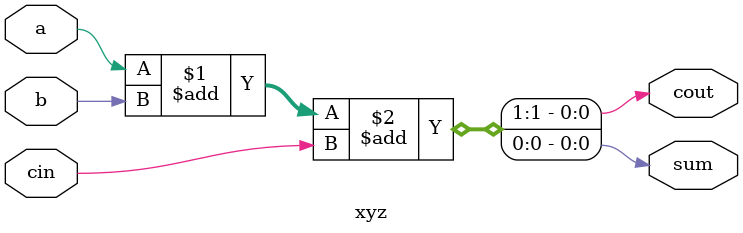
<source format=v>
`timescale 1ns / 1ps

module xyz(a, b, cin, sum, cout);
input a, b, cin;
output sum, cout;

assign {cout,sum} = a + b + cin;

endmodule
</source>
